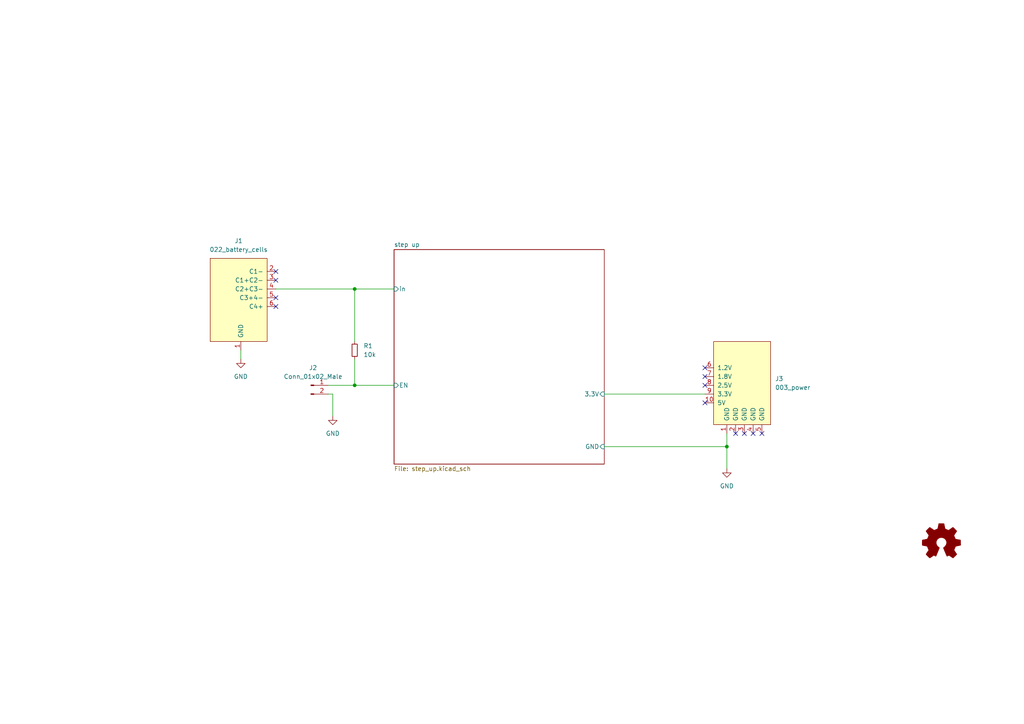
<source format=kicad_sch>
(kicad_sch (version 20211123) (generator eeschema)

  (uuid 57732dd3-1162-4c3f-88bd-31bf473d124d)

  (paper "A4")

  (lib_symbols
    (symbol "Connector:Conn_01x02_Male" (pin_names (offset 1.016) hide) (in_bom yes) (on_board yes)
      (property "Reference" "J" (id 0) (at 0 2.54 0)
        (effects (font (size 1.27 1.27)))
      )
      (property "Value" "Conn_01x02_Male" (id 1) (at 0 -5.08 0)
        (effects (font (size 1.27 1.27)))
      )
      (property "Footprint" "" (id 2) (at 0 0 0)
        (effects (font (size 1.27 1.27)) hide)
      )
      (property "Datasheet" "~" (id 3) (at 0 0 0)
        (effects (font (size 1.27 1.27)) hide)
      )
      (property "ki_keywords" "connector" (id 4) (at 0 0 0)
        (effects (font (size 1.27 1.27)) hide)
      )
      (property "ki_description" "Generic connector, single row, 01x02, script generated (kicad-library-utils/schlib/autogen/connector/)" (id 5) (at 0 0 0)
        (effects (font (size 1.27 1.27)) hide)
      )
      (property "ki_fp_filters" "Connector*:*_1x??_*" (id 6) (at 0 0 0)
        (effects (font (size 1.27 1.27)) hide)
      )
      (symbol "Conn_01x02_Male_1_1"
        (polyline
          (pts
            (xy 1.27 -2.54)
            (xy 0.8636 -2.54)
          )
          (stroke (width 0.1524) (type default) (color 0 0 0 0))
          (fill (type none))
        )
        (polyline
          (pts
            (xy 1.27 0)
            (xy 0.8636 0)
          )
          (stroke (width 0.1524) (type default) (color 0 0 0 0))
          (fill (type none))
        )
        (rectangle (start 0.8636 -2.413) (end 0 -2.667)
          (stroke (width 0.1524) (type default) (color 0 0 0 0))
          (fill (type outline))
        )
        (rectangle (start 0.8636 0.127) (end 0 -0.127)
          (stroke (width 0.1524) (type default) (color 0 0 0 0))
          (fill (type outline))
        )
        (pin passive line (at 5.08 0 180) (length 3.81)
          (name "Pin_1" (effects (font (size 1.27 1.27))))
          (number "1" (effects (font (size 1.27 1.27))))
        )
        (pin passive line (at 5.08 -2.54 180) (length 3.81)
          (name "Pin_2" (effects (font (size 1.27 1.27))))
          (number "2" (effects (font (size 1.27 1.27))))
        )
      )
    )
    (symbol "Device:R_Small" (pin_numbers hide) (pin_names (offset 0.254) hide) (in_bom yes) (on_board yes)
      (property "Reference" "R" (id 0) (at 0.762 0.508 0)
        (effects (font (size 1.27 1.27)) (justify left))
      )
      (property "Value" "R_Small" (id 1) (at 0.762 -1.016 0)
        (effects (font (size 1.27 1.27)) (justify left))
      )
      (property "Footprint" "" (id 2) (at 0 0 0)
        (effects (font (size 1.27 1.27)) hide)
      )
      (property "Datasheet" "~" (id 3) (at 0 0 0)
        (effects (font (size 1.27 1.27)) hide)
      )
      (property "ki_keywords" "R resistor" (id 4) (at 0 0 0)
        (effects (font (size 1.27 1.27)) hide)
      )
      (property "ki_description" "Resistor, small symbol" (id 5) (at 0 0 0)
        (effects (font (size 1.27 1.27)) hide)
      )
      (property "ki_fp_filters" "R_*" (id 6) (at 0 0 0)
        (effects (font (size 1.27 1.27)) hide)
      )
      (symbol "R_Small_0_1"
        (rectangle (start -0.762 1.778) (end 0.762 -1.778)
          (stroke (width 0.2032) (type default) (color 0 0 0 0))
          (fill (type none))
        )
      )
      (symbol "R_Small_1_1"
        (pin passive line (at 0 2.54 270) (length 0.762)
          (name "~" (effects (font (size 1.27 1.27))))
          (number "1" (effects (font (size 1.27 1.27))))
        )
        (pin passive line (at 0 -2.54 90) (length 0.762)
          (name "~" (effects (font (size 1.27 1.27))))
          (number "2" (effects (font (size 1.27 1.27))))
        )
      )
    )
    (symbol "Graphic:Logo_Open_Hardware_Small" (pin_names (offset 1.016)) (in_bom yes) (on_board yes)
      (property "Reference" "#LOGO" (id 0) (at 0 6.985 0)
        (effects (font (size 1.27 1.27)) hide)
      )
      (property "Value" "Logo_Open_Hardware_Small" (id 1) (at 0 -5.715 0)
        (effects (font (size 1.27 1.27)) hide)
      )
      (property "Footprint" "" (id 2) (at 0 0 0)
        (effects (font (size 1.27 1.27)) hide)
      )
      (property "Datasheet" "~" (id 3) (at 0 0 0)
        (effects (font (size 1.27 1.27)) hide)
      )
      (property "ki_keywords" "Logo" (id 4) (at 0 0 0)
        (effects (font (size 1.27 1.27)) hide)
      )
      (property "ki_description" "Open Hardware logo, small" (id 5) (at 0 0 0)
        (effects (font (size 1.27 1.27)) hide)
      )
      (symbol "Logo_Open_Hardware_Small_0_1"
        (polyline
          (pts
            (xy 3.3528 -4.3434)
            (xy 3.302 -4.318)
            (xy 3.175 -4.2418)
            (xy 2.9972 -4.1148)
            (xy 2.7686 -3.9624)
            (xy 2.54 -3.81)
            (xy 2.3622 -3.7084)
            (xy 2.2352 -3.6068)
            (xy 2.1844 -3.5814)
            (xy 2.159 -3.6068)
            (xy 2.0574 -3.6576)
            (xy 1.905 -3.7338)
            (xy 1.8034 -3.7846)
            (xy 1.6764 -3.8354)
            (xy 1.6002 -3.8354)
            (xy 1.6002 -3.8354)
            (xy 1.5494 -3.7338)
            (xy 1.4732 -3.5306)
            (xy 1.3462 -3.302)
            (xy 1.2446 -3.0226)
            (xy 1.1176 -2.7178)
            (xy 0.9652 -2.413)
            (xy 0.8636 -2.1082)
            (xy 0.7366 -1.8288)
            (xy 0.6604 -1.6256)
            (xy 0.6096 -1.4732)
            (xy 0.5842 -1.397)
            (xy 0.5842 -1.397)
            (xy 0.6604 -1.3208)
            (xy 0.7874 -1.2446)
            (xy 1.0414 -1.016)
            (xy 1.2954 -0.6858)
            (xy 1.4478 -0.3302)
            (xy 1.524 0.0762)
            (xy 1.4732 0.4572)
            (xy 1.3208 0.8128)
            (xy 1.0668 1.143)
            (xy 0.762 1.3716)
            (xy 0.4064 1.524)
            (xy 0 1.5748)
            (xy -0.381 1.5494)
            (xy -0.7366 1.397)
            (xy -1.0668 1.143)
            (xy -1.2192 0.9906)
            (xy -1.397 0.6604)
            (xy -1.524 0.3048)
            (xy -1.524 0.2286)
            (xy -1.4986 -0.1778)
            (xy -1.397 -0.5334)
            (xy -1.1938 -0.8636)
            (xy -0.9144 -1.143)
            (xy -0.8636 -1.1684)
            (xy -0.7366 -1.27)
            (xy -0.635 -1.3462)
            (xy -0.5842 -1.397)
            (xy -1.0668 -2.5908)
            (xy -1.143 -2.794)
            (xy -1.2954 -3.1242)
            (xy -1.397 -3.4036)
            (xy -1.4986 -3.6322)
            (xy -1.5748 -3.7846)
            (xy -1.6002 -3.8354)
            (xy -1.6002 -3.8354)
            (xy -1.651 -3.8354)
            (xy -1.7272 -3.81)
            (xy -1.905 -3.7338)
            (xy -2.0066 -3.683)
            (xy -2.1336 -3.6068)
            (xy -2.2098 -3.5814)
            (xy -2.2606 -3.6068)
            (xy -2.3622 -3.683)
            (xy -2.54 -3.81)
            (xy -2.7686 -3.9624)
            (xy -2.9718 -4.0894)
            (xy -3.1496 -4.2164)
            (xy -3.302 -4.318)
            (xy -3.3528 -4.3434)
            (xy -3.3782 -4.3434)
            (xy -3.429 -4.318)
            (xy -3.5306 -4.2164)
            (xy -3.7084 -4.064)
            (xy -3.937 -3.8354)
            (xy -3.9624 -3.81)
            (xy -4.1656 -3.6068)
            (xy -4.318 -3.4544)
            (xy -4.4196 -3.3274)
            (xy -4.445 -3.2766)
            (xy -4.445 -3.2766)
            (xy -4.4196 -3.2258)
            (xy -4.318 -3.0734)
            (xy -4.2164 -2.8956)
            (xy -4.064 -2.667)
            (xy -3.6576 -2.0828)
            (xy -3.8862 -1.5494)
            (xy -3.937 -1.3716)
            (xy -4.0386 -1.1684)
            (xy -4.0894 -1.0414)
            (xy -4.1148 -0.9652)
            (xy -4.191 -0.9398)
            (xy -4.318 -0.9144)
            (xy -4.5466 -0.8636)
            (xy -4.8006 -0.8128)
            (xy -5.0546 -0.7874)
            (xy -5.2578 -0.7366)
            (xy -5.4356 -0.7112)
            (xy -5.5118 -0.6858)
            (xy -5.5118 -0.6858)
            (xy -5.5372 -0.635)
            (xy -5.5372 -0.5588)
            (xy -5.5372 -0.4318)
            (xy -5.5626 -0.2286)
            (xy -5.5626 0.0762)
            (xy -5.5626 0.127)
            (xy -5.5372 0.4064)
            (xy -5.5372 0.635)
            (xy -5.5372 0.762)
            (xy -5.5372 0.8382)
            (xy -5.5372 0.8382)
            (xy -5.461 0.8382)
            (xy -5.3086 0.889)
            (xy -5.08 0.9144)
            (xy -4.826 0.9652)
            (xy -4.8006 0.9906)
            (xy -4.5466 1.0414)
            (xy -4.318 1.0668)
            (xy -4.1656 1.1176)
            (xy -4.0894 1.143)
            (xy -4.0894 1.143)
            (xy -4.0386 1.2446)
            (xy -3.9624 1.4224)
            (xy -3.8608 1.6256)
            (xy -3.7846 1.8288)
            (xy -3.7084 2.0066)
            (xy -3.6576 2.159)
            (xy -3.6322 2.2098)
            (xy -3.6322 2.2098)
            (xy -3.683 2.286)
            (xy -3.7592 2.413)
            (xy -3.8862 2.5908)
            (xy -4.064 2.8194)
            (xy -4.064 2.8448)
            (xy -4.2164 3.0734)
            (xy -4.3434 3.2512)
            (xy -4.4196 3.3782)
            (xy -4.445 3.4544)
            (xy -4.445 3.4544)
            (xy -4.3942 3.5052)
            (xy -4.2926 3.6322)
            (xy -4.1148 3.81)
            (xy -3.937 4.0132)
            (xy -3.8608 4.064)
            (xy -3.6576 4.2926)
            (xy -3.5052 4.4196)
            (xy -3.4036 4.4958)
            (xy -3.3528 4.5212)
            (xy -3.3528 4.5212)
            (xy -3.302 4.4704)
            (xy -3.1496 4.3688)
            (xy -2.9718 4.2418)
            (xy -2.7432 4.0894)
            (xy -2.7178 4.0894)
            (xy -2.4892 3.937)
            (xy -2.3114 3.81)
            (xy -2.1844 3.7084)
            (xy -2.1336 3.683)
            (xy -2.1082 3.683)
            (xy -2.032 3.7084)
            (xy -1.8542 3.7592)
            (xy -1.6764 3.8354)
            (xy -1.4732 3.937)
            (xy -1.27 4.0132)
            (xy -1.143 4.064)
            (xy -1.0668 4.1148)
            (xy -1.0668 4.1148)
            (xy -1.0414 4.191)
            (xy -1.016 4.3434)
            (xy -0.9652 4.572)
            (xy -0.9144 4.8514)
            (xy -0.889 4.9022)
            (xy -0.8382 5.1562)
            (xy -0.8128 5.3848)
            (xy -0.7874 5.5372)
            (xy -0.762 5.588)
            (xy -0.7112 5.6134)
            (xy -0.5842 5.6134)
            (xy -0.4064 5.6134)
            (xy -0.1524 5.6134)
            (xy 0.0762 5.6134)
            (xy 0.3302 5.6134)
            (xy 0.5334 5.6134)
            (xy 0.6858 5.588)
            (xy 0.7366 5.588)
            (xy 0.7366 5.588)
            (xy 0.762 5.5118)
            (xy 0.8128 5.334)
            (xy 0.8382 5.1054)
            (xy 0.9144 4.826)
            (xy 0.9144 4.7752)
            (xy 0.9652 4.5212)
            (xy 1.016 4.2926)
            (xy 1.0414 4.1402)
            (xy 1.0668 4.0894)
            (xy 1.0668 4.0894)
            (xy 1.1938 4.0386)
            (xy 1.3716 3.9624)
            (xy 1.5748 3.8608)
            (xy 2.0828 3.6576)
            (xy 2.7178 4.0894)
            (xy 2.7686 4.1402)
            (xy 2.9972 4.2926)
            (xy 3.175 4.4196)
            (xy 3.302 4.4958)
            (xy 3.3782 4.5212)
            (xy 3.3782 4.5212)
            (xy 3.429 4.4704)
            (xy 3.556 4.3434)
            (xy 3.7338 4.191)
            (xy 3.9116 3.9878)
            (xy 4.064 3.8354)
            (xy 4.2418 3.6576)
            (xy 4.3434 3.556)
            (xy 4.4196 3.4798)
            (xy 4.4196 3.429)
            (xy 4.4196 3.4036)
            (xy 4.3942 3.3274)
            (xy 4.2926 3.2004)
            (xy 4.1656 2.9972)
            (xy 4.0132 2.794)
            (xy 3.8862 2.5908)
            (xy 3.7592 2.3876)
            (xy 3.6576 2.2352)
            (xy 3.6322 2.159)
            (xy 3.6322 2.1336)
            (xy 3.683 2.0066)
            (xy 3.7592 1.8288)
            (xy 3.8608 1.6002)
            (xy 4.064 1.1176)
            (xy 4.3942 1.0414)
            (xy 4.5974 1.016)
            (xy 4.8768 0.9652)
            (xy 5.1308 0.9144)
            (xy 5.5372 0.8382)
            (xy 5.5626 -0.6604)
            (xy 5.4864 -0.6858)
            (xy 5.4356 -0.6858)
            (xy 5.2832 -0.7366)
            (xy 5.0546 -0.762)
            (xy 4.8006 -0.8128)
            (xy 4.5974 -0.8636)
            (xy 4.3688 -0.9144)
            (xy 4.2164 -0.9398)
            (xy 4.1402 -0.9398)
            (xy 4.1148 -0.9652)
            (xy 4.064 -1.0668)
            (xy 3.9878 -1.2446)
            (xy 3.9116 -1.4478)
            (xy 3.81 -1.651)
            (xy 3.7338 -1.8542)
            (xy 3.683 -2.0066)
            (xy 3.6576 -2.0828)
            (xy 3.683 -2.1336)
            (xy 3.7846 -2.2606)
            (xy 3.8862 -2.4638)
            (xy 4.0386 -2.667)
            (xy 4.191 -2.8956)
            (xy 4.318 -3.0734)
            (xy 4.3942 -3.2004)
            (xy 4.445 -3.2766)
            (xy 4.4196 -3.3274)
            (xy 4.3434 -3.429)
            (xy 4.1656 -3.5814)
            (xy 3.937 -3.8354)
            (xy 3.8862 -3.8608)
            (xy 3.683 -4.064)
            (xy 3.5306 -4.2164)
            (xy 3.4036 -4.318)
            (xy 3.3528 -4.3434)
          )
          (stroke (width 0) (type default) (color 0 0 0 0))
          (fill (type outline))
        )
      )
    )
    (symbol "power:GND" (power) (pin_names (offset 0)) (in_bom yes) (on_board yes)
      (property "Reference" "#PWR" (id 0) (at 0 -6.35 0)
        (effects (font (size 1.27 1.27)) hide)
      )
      (property "Value" "GND" (id 1) (at 0 -3.81 0)
        (effects (font (size 1.27 1.27)))
      )
      (property "Footprint" "" (id 2) (at 0 0 0)
        (effects (font (size 1.27 1.27)) hide)
      )
      (property "Datasheet" "" (id 3) (at 0 0 0)
        (effects (font (size 1.27 1.27)) hide)
      )
      (property "ki_keywords" "power-flag" (id 4) (at 0 0 0)
        (effects (font (size 1.27 1.27)) hide)
      )
      (property "ki_description" "Power symbol creates a global label with name \"GND\" , ground" (id 5) (at 0 0 0)
        (effects (font (size 1.27 1.27)) hide)
      )
      (symbol "GND_0_1"
        (polyline
          (pts
            (xy 0 0)
            (xy 0 -1.27)
            (xy 1.27 -1.27)
            (xy 0 -2.54)
            (xy -1.27 -1.27)
            (xy 0 -1.27)
          )
          (stroke (width 0) (type default) (color 0 0 0 0))
          (fill (type none))
        )
      )
      (symbol "GND_1_1"
        (pin power_in line (at 0 0 270) (length 0) hide
          (name "GND" (effects (font (size 1.27 1.27))))
          (number "1" (effects (font (size 1.27 1.27))))
        )
      )
    )
    (symbol "put_on_edge:003_power" (pin_names (offset 1.016)) (in_bom yes) (on_board yes)
      (property "Reference" "J" (id 0) (at -2.54 13.97 0)
        (effects (font (size 1.27 1.27)))
      )
      (property "Value" "003_power" (id 1) (at 8.89 13.97 0)
        (effects (font (size 1.27 1.27)))
      )
      (property "Footprint" "" (id 2) (at 7.62 16.51 0)
        (effects (font (size 1.27 1.27)) hide)
      )
      (property "Datasheet" "" (id 3) (at 7.62 16.51 0)
        (effects (font (size 1.27 1.27)) hide)
      )
      (symbol "003_power_0_1"
        (rectangle (start -8.89 12.7) (end 7.62 -11.43)
          (stroke (width 0) (type default) (color 0 0 0 0))
          (fill (type background))
        )
      )
      (symbol "003_power_1_1"
        (pin power_in line (at -5.08 -13.97 90) (length 2.54)
          (name "GND" (effects (font (size 1.27 1.27))))
          (number "1" (effects (font (size 1.27 1.27))))
        )
        (pin power_out line (at -11.43 -5.08 0) (length 2.54)
          (name "5V" (effects (font (size 1.27 1.27))))
          (number "10" (effects (font (size 1.27 1.27))))
        )
        (pin power_in line (at -2.54 -13.97 90) (length 2.54)
          (name "GND" (effects (font (size 1.27 1.27))))
          (number "2" (effects (font (size 1.27 1.27))))
        )
        (pin power_in line (at 0 -13.97 90) (length 2.54)
          (name "GND" (effects (font (size 1.27 1.27))))
          (number "3" (effects (font (size 1.27 1.27))))
        )
        (pin power_in line (at 2.54 -13.97 90) (length 2.54)
          (name "GND" (effects (font (size 1.27 1.27))))
          (number "4" (effects (font (size 1.27 1.27))))
        )
        (pin power_in line (at 5.08 -13.97 90) (length 2.54)
          (name "GND" (effects (font (size 1.27 1.27))))
          (number "5" (effects (font (size 1.27 1.27))))
        )
        (pin power_out line (at -11.43 5.08 0) (length 2.54)
          (name "1.2V" (effects (font (size 1.27 1.27))))
          (number "6" (effects (font (size 1.27 1.27))))
        )
        (pin power_out line (at -11.43 2.54 0) (length 2.54)
          (name "1.8V" (effects (font (size 1.27 1.27))))
          (number "7" (effects (font (size 1.27 1.27))))
        )
        (pin power_out line (at -11.43 0 0) (length 2.54)
          (name "2.5V" (effects (font (size 1.27 1.27))))
          (number "8" (effects (font (size 1.27 1.27))))
        )
        (pin power_out line (at -11.43 -2.54 0) (length 2.54)
          (name "3.3V" (effects (font (size 1.27 1.27))))
          (number "9" (effects (font (size 1.27 1.27))))
        )
      )
    )
    (symbol "put_on_edge:022_battery_cells" (pin_names (offset 1.016)) (in_bom yes) (on_board yes)
      (property "Reference" "J" (id 0) (at -2.54 13.97 0)
        (effects (font (size 1.27 1.27)))
      )
      (property "Value" "022_battery_cells" (id 1) (at 8.89 13.97 0)
        (effects (font (size 1.27 1.27)))
      )
      (property "Footprint" "" (id 2) (at 7.62 16.51 0)
        (effects (font (size 1.27 1.27)) hide)
      )
      (property "Datasheet" "" (id 3) (at 7.62 16.51 0)
        (effects (font (size 1.27 1.27)) hide)
      )
      (symbol "022_battery_cells_0_1"
        (rectangle (start -8.89 12.7) (end 7.62 -11.43)
          (stroke (width 0) (type default) (color 0 0 0 0))
          (fill (type background))
        )
      )
      (symbol "022_battery_cells_1_1"
        (pin power_in line (at -1.27 -13.97 90) (length 2.54)
          (name "GND" (effects (font (size 1.27 1.27))))
          (number "1" (effects (font (size 1.27 1.27))))
        )
        (pin unspecified line (at -11.43 8.89 0) (length 2.54)
          (name "C1-" (effects (font (size 1.27 1.27))))
          (number "2" (effects (font (size 1.27 1.27))))
        )
        (pin unspecified line (at -11.43 6.35 0) (length 2.54)
          (name "C1+C2-" (effects (font (size 1.27 1.27))))
          (number "3" (effects (font (size 1.27 1.27))))
        )
        (pin unspecified line (at -11.43 3.81 0) (length 2.54)
          (name "C2+C3-" (effects (font (size 1.27 1.27))))
          (number "4" (effects (font (size 1.27 1.27))))
        )
        (pin unspecified line (at -11.43 1.27 0) (length 2.54)
          (name "C3+4-" (effects (font (size 1.27 1.27))))
          (number "5" (effects (font (size 1.27 1.27))))
        )
        (pin unspecified line (at -11.43 -1.27 0) (length 2.54)
          (name "C4+" (effects (font (size 1.27 1.27))))
          (number "6" (effects (font (size 1.27 1.27))))
        )
      )
    )
  )

  (junction (at 102.87 83.82) (diameter 0) (color 0 0 0 0)
    (uuid 0269fea6-0374-4532-9ad4-c7f3a8f31d3b)
  )
  (junction (at 210.82 129.54) (diameter 0) (color 0 0 0 0)
    (uuid 3c28a56e-bfb8-4deb-b79b-c5fdf7520bbf)
  )
  (junction (at 102.87 111.76) (diameter 0) (color 0 0 0 0)
    (uuid af45c092-ca1c-4618-b667-bf868b468c64)
  )

  (no_connect (at 218.44 125.73) (uuid 0b98c3b3-de28-4af0-b363-46bfb29fd362))
  (no_connect (at 220.98 125.73) (uuid 0b98c3b3-de28-4af0-b363-46bfb29fd363))
  (no_connect (at 213.36 125.73) (uuid 0b98c3b3-de28-4af0-b363-46bfb29fd36c))
  (no_connect (at 215.9 125.73) (uuid 0b98c3b3-de28-4af0-b363-46bfb29fd36d))
  (no_connect (at 204.47 106.68) (uuid 0b98c3b3-de28-4af0-b363-46bfb29fd36e))
  (no_connect (at 204.47 116.84) (uuid 0b98c3b3-de28-4af0-b363-46bfb29fd36f))
  (no_connect (at 204.47 111.76) (uuid 0b98c3b3-de28-4af0-b363-46bfb29fd370))
  (no_connect (at 204.47 109.22) (uuid 0b98c3b3-de28-4af0-b363-46bfb29fd371))
  (no_connect (at 80.01 88.9) (uuid b5ba6bf7-57b3-44c9-a181-a72f4f455691))
  (no_connect (at 80.01 78.74) (uuid b5ba6bf7-57b3-44c9-a181-a72f4f455692))
  (no_connect (at 80.01 81.28) (uuid b5ba6bf7-57b3-44c9-a181-a72f4f455693))
  (no_connect (at 80.01 86.36) (uuid b5ba6bf7-57b3-44c9-a181-a72f4f455694))

  (wire (pts (xy 175.26 129.54) (xy 210.82 129.54))
    (stroke (width 0) (type default) (color 0 0 0 0))
    (uuid 1dc6d117-ed38-46b4-8b00-a42dde9b3419)
  )
  (wire (pts (xy 95.25 111.76) (xy 102.87 111.76))
    (stroke (width 0) (type default) (color 0 0 0 0))
    (uuid 2b9083b4-cb3c-4e8e-beb8-63b3002f73c3)
  )
  (wire (pts (xy 210.82 129.54) (xy 210.82 135.89))
    (stroke (width 0) (type default) (color 0 0 0 0))
    (uuid 64d5ced9-7162-4792-925b-502ad9cab995)
  )
  (wire (pts (xy 96.52 114.3) (xy 96.52 120.65))
    (stroke (width 0) (type default) (color 0 0 0 0))
    (uuid 67c7721f-403b-42aa-a2d9-cf93b858187b)
  )
  (wire (pts (xy 96.52 114.3) (xy 95.25 114.3))
    (stroke (width 0) (type default) (color 0 0 0 0))
    (uuid 6e9f6c33-d4b0-44db-83e1-54112fbe3471)
  )
  (wire (pts (xy 80.01 83.82) (xy 102.87 83.82))
    (stroke (width 0) (type default) (color 0 0 0 0))
    (uuid 8460c1a6-8601-419c-b482-d00f0ccb428f)
  )
  (wire (pts (xy 102.87 111.76) (xy 114.3 111.76))
    (stroke (width 0) (type default) (color 0 0 0 0))
    (uuid a36732c0-3aa0-4b93-b14a-4f7b74b40c5c)
  )
  (wire (pts (xy 102.87 83.82) (xy 102.87 99.06))
    (stroke (width 0) (type default) (color 0 0 0 0))
    (uuid b98cace0-4e6b-4fac-a007-4cc792bd305d)
  )
  (wire (pts (xy 210.82 125.73) (xy 210.82 129.54))
    (stroke (width 0) (type default) (color 0 0 0 0))
    (uuid bf26deaf-5e5f-4d4e-ba06-f1b011345aa3)
  )
  (wire (pts (xy 175.26 114.3) (xy 204.47 114.3))
    (stroke (width 0) (type default) (color 0 0 0 0))
    (uuid cd172e70-747d-4333-a064-0667159642e2)
  )
  (wire (pts (xy 114.3 83.82) (xy 102.87 83.82))
    (stroke (width 0) (type default) (color 0 0 0 0))
    (uuid da7676c3-8607-497f-921b-cd950adc2094)
  )
  (wire (pts (xy 69.85 101.6) (xy 69.85 104.14))
    (stroke (width 0) (type default) (color 0 0 0 0))
    (uuid de34359c-cdf1-4d43-848a-b262d7252939)
  )
  (wire (pts (xy 102.87 104.14) (xy 102.87 111.76))
    (stroke (width 0) (type default) (color 0 0 0 0))
    (uuid f9af492b-5b2f-4864-9f1c-7b9afcb9efad)
  )

  (symbol (lib_id "Device:R_Small") (at 102.87 101.6 0) (unit 1)
    (in_bom yes) (on_board yes) (fields_autoplaced)
    (uuid 25ec66c7-db3c-4f24-b35c-df9135bdb5da)
    (property "Reference" "R1" (id 0) (at 105.41 100.3299 0)
      (effects (font (size 1.27 1.27)) (justify left))
    )
    (property "Value" "10k" (id 1) (at 105.41 102.8699 0)
      (effects (font (size 1.27 1.27)) (justify left))
    )
    (property "Footprint" "Resistor_SMD:R_0603_1608Metric" (id 2) (at 102.87 101.6 0)
      (effects (font (size 1.27 1.27)) hide)
    )
    (property "Datasheet" "~" (id 3) (at 102.87 101.6 0)
      (effects (font (size 1.27 1.27)) hide)
    )
    (pin "1" (uuid c7c38e11-5743-462e-9791-a87b81762754))
    (pin "2" (uuid a98cfc8b-c318-4c52-b921-60fe435767b3))
  )

  (symbol (lib_id "put_on_edge:022_battery_cells") (at 68.58 87.63 0) (mirror y) (unit 1)
    (in_bom yes) (on_board yes) (fields_autoplaced)
    (uuid 580f4ff1-ed8c-4283-8e77-54c7b98c780d)
    (property "Reference" "J1" (id 0) (at 69.215 69.85 0))
    (property "Value" "022_battery_cells" (id 1) (at 69.215 72.39 0))
    (property "Footprint" "on_edge:on_edge_2x05_device" (id 2) (at 60.96 71.12 0)
      (effects (font (size 1.27 1.27)) hide)
    )
    (property "Datasheet" "" (id 3) (at 60.96 71.12 0)
      (effects (font (size 1.27 1.27)) hide)
    )
    (pin "1" (uuid 01ac4f53-8e69-497f-9e58-6ebb595aa7e1))
    (pin "2" (uuid 547c78f5-0b5a-4f80-8013-bf5dfb3db7e5))
    (pin "3" (uuid fe50894f-d512-4bb2-b054-9a801f9347fe))
    (pin "4" (uuid 9b99d3cb-c076-4292-b3b9-f9b29e58b0e8))
    (pin "5" (uuid ee1c60c4-b7b6-41a6-883d-156a1780758c))
    (pin "6" (uuid d60251af-1470-4c5e-bbf2-28473c1e795b))
  )

  (symbol (lib_id "power:GND") (at 210.82 135.89 0) (unit 1)
    (in_bom yes) (on_board yes) (fields_autoplaced)
    (uuid 8c523ef1-f3de-436a-bff5-017a978b433e)
    (property "Reference" "#PWR0101" (id 0) (at 210.82 142.24 0)
      (effects (font (size 1.27 1.27)) hide)
    )
    (property "Value" "GND" (id 1) (at 210.82 140.97 0))
    (property "Footprint" "" (id 2) (at 210.82 135.89 0)
      (effects (font (size 1.27 1.27)) hide)
    )
    (property "Datasheet" "" (id 3) (at 210.82 135.89 0)
      (effects (font (size 1.27 1.27)) hide)
    )
    (pin "1" (uuid 8fa6a6dd-2d79-4edb-8ef1-24f434968b81))
  )

  (symbol (lib_id "power:GND") (at 69.85 104.14 0) (unit 1)
    (in_bom yes) (on_board yes) (fields_autoplaced)
    (uuid a6ec8d9e-0665-4d8f-a41a-39db3c5f4d87)
    (property "Reference" "#PWR0102" (id 0) (at 69.85 110.49 0)
      (effects (font (size 1.27 1.27)) hide)
    )
    (property "Value" "GND" (id 1) (at 69.85 109.22 0))
    (property "Footprint" "" (id 2) (at 69.85 104.14 0)
      (effects (font (size 1.27 1.27)) hide)
    )
    (property "Datasheet" "" (id 3) (at 69.85 104.14 0)
      (effects (font (size 1.27 1.27)) hide)
    )
    (pin "1" (uuid bae65cae-18ce-4036-bda9-7cc9a07da439))
  )

  (symbol (lib_id "Graphic:Logo_Open_Hardware_Small") (at 273.05 157.48 0) (unit 1)
    (in_bom yes) (on_board yes) (fields_autoplaced)
    (uuid b72b6f4a-7489-40f2-bb90-d75ae01aa368)
    (property "Reference" "LOGO1" (id 0) (at 273.05 150.495 0)
      (effects (font (size 1.27 1.27)) hide)
    )
    (property "Value" "Logo_Open_Hardware_Small" (id 1) (at 273.05 163.195 0)
      (effects (font (size 1.27 1.27)) hide)
    )
    (property "Footprint" "Symbol:OSHW-Symbol_6.7x6mm_SilkScreen" (id 2) (at 273.05 157.48 0)
      (effects (font (size 1.27 1.27)) hide)
    )
    (property "Datasheet" "~" (id 3) (at 273.05 157.48 0)
      (effects (font (size 1.27 1.27)) hide)
    )
  )

  (symbol (lib_id "power:GND") (at 96.52 120.65 0) (unit 1)
    (in_bom yes) (on_board yes) (fields_autoplaced)
    (uuid d244c682-6472-4c8d-9fb3-cae66cde56c1)
    (property "Reference" "#PWR0103" (id 0) (at 96.52 127 0)
      (effects (font (size 1.27 1.27)) hide)
    )
    (property "Value" "GND" (id 1) (at 96.52 125.73 0))
    (property "Footprint" "" (id 2) (at 96.52 120.65 0)
      (effects (font (size 1.27 1.27)) hide)
    )
    (property "Datasheet" "" (id 3) (at 96.52 120.65 0)
      (effects (font (size 1.27 1.27)) hide)
    )
    (pin "1" (uuid 1b77dafd-9bc1-403d-95ba-b6d78aa80ea2))
  )

  (symbol (lib_id "Connector:Conn_01x02_Male") (at 90.17 111.76 0) (unit 1)
    (in_bom yes) (on_board yes) (fields_autoplaced)
    (uuid d4266acf-1563-4426-8480-929a59f04ee2)
    (property "Reference" "J2" (id 0) (at 90.805 106.68 0))
    (property "Value" "Conn_01x02_Male" (id 1) (at 90.805 109.22 0))
    (property "Footprint" "Connector_PinHeader_2.54mm:PinHeader_1x02_P2.54mm_Vertical" (id 2) (at 90.17 111.76 0)
      (effects (font (size 1.27 1.27)) hide)
    )
    (property "Datasheet" "~" (id 3) (at 90.17 111.76 0)
      (effects (font (size 1.27 1.27)) hide)
    )
    (pin "1" (uuid a4a71561-024f-457d-93e8-aa07ce7c6da0))
    (pin "2" (uuid 1ac15962-581d-4ce2-9aef-44fe0d89f31c))
  )

  (symbol (lib_id "put_on_edge:003_power") (at 215.9 111.76 0) (unit 1)
    (in_bom yes) (on_board yes) (fields_autoplaced)
    (uuid f654feb2-e3d2-44c1-8d36-3d5dad4df088)
    (property "Reference" "J3" (id 0) (at 224.79 109.8549 0)
      (effects (font (size 1.27 1.27)) (justify left))
    )
    (property "Value" "003_power" (id 1) (at 224.79 112.3949 0)
      (effects (font (size 1.27 1.27)) (justify left))
    )
    (property "Footprint" "on_edge:on_edge_2x05_host" (id 2) (at 223.52 95.25 0)
      (effects (font (size 1.27 1.27)) hide)
    )
    (property "Datasheet" "" (id 3) (at 223.52 95.25 0)
      (effects (font (size 1.27 1.27)) hide)
    )
    (pin "1" (uuid ac8ceb1f-144f-4cb7-90d1-6c3d8e837d51))
    (pin "10" (uuid e7218a70-3e79-4a3f-9b42-f1a1885f0d1c))
    (pin "2" (uuid c1ce2f58-4a36-4722-9768-6a67eff276b6))
    (pin "3" (uuid f420412d-b12b-4c9d-9f35-90222194c443))
    (pin "4" (uuid c9e03932-f68a-48a5-ab94-88c6fa93c39d))
    (pin "5" (uuid 04d9e597-94b3-43d0-a05f-620b52f14995))
    (pin "6" (uuid 806885e4-19cf-476b-9120-64c3ea335ae6))
    (pin "7" (uuid 7255f640-55a5-433f-aa40-5fd4d297880b))
    (pin "8" (uuid 2a35d2a4-6904-4ace-b114-23926790811b))
    (pin "9" (uuid aa6105d6-b17c-427a-bace-a32b05fccdd8))
  )

  (sheet (at 114.3 72.39) (size 60.96 62.23) (fields_autoplaced)
    (stroke (width 0.1524) (type solid) (color 0 0 0 0))
    (fill (color 0 0 0 0.0000))
    (uuid 767ce4c6-0e55-4543-92f0-34cb8237a544)
    (property "Sheet name" "step up" (id 0) (at 114.3 71.6784 0)
      (effects (font (size 1.27 1.27)) (justify left bottom))
    )
    (property "Sheet file" "step_up.kicad_sch" (id 1) (at 114.3 135.2046 0)
      (effects (font (size 1.27 1.27)) (justify left top))
    )
    (pin "3.3V" input (at 175.26 114.3 0)
      (effects (font (size 1.27 1.27)) (justify right))
      (uuid 301b661c-4fc5-4e35-9c6c-2127674c3f2f)
    )
    (pin "GND" input (at 175.26 129.54 0)
      (effects (font (size 1.27 1.27)) (justify right))
      (uuid 6f2f0ef3-21b8-4ae1-994c-4a046756d1a8)
    )
    (pin "in" input (at 114.3 83.82 180)
      (effects (font (size 1.27 1.27)) (justify left))
      (uuid fa56d4b8-8449-4a4d-bcc7-f5d8c5939d2a)
    )
    (pin "EN" input (at 114.3 111.76 180)
      (effects (font (size 1.27 1.27)) (justify left))
      (uuid 8ff509a4-5822-4644-9808-66df41d9615e)
    )
  )

  (sheet_instances
    (path "/" (page "1"))
    (path "/767ce4c6-0e55-4543-92f0-34cb8237a544" (page "2"))
  )

  (symbol_instances
    (path "/8c523ef1-f3de-436a-bff5-017a978b433e"
      (reference "#PWR0101") (unit 1) (value "GND") (footprint "")
    )
    (path "/a6ec8d9e-0665-4d8f-a41a-39db3c5f4d87"
      (reference "#PWR0102") (unit 1) (value "GND") (footprint "")
    )
    (path "/d244c682-6472-4c8d-9fb3-cae66cde56c1"
      (reference "#PWR0103") (unit 1) (value "GND") (footprint "")
    )
    (path "/767ce4c6-0e55-4543-92f0-34cb8237a544/b3d9f6ac-a5a1-47fe-8895-868cc2041b6a"
      (reference "C1") (unit 1) (value "22uF") (footprint "Capacitor_SMD:C_1206_3216Metric")
    )
    (path "/767ce4c6-0e55-4543-92f0-34cb8237a544/28eabead-c32d-489a-905d-882bc1ebac48"
      (reference "C2") (unit 1) (value "10pF") (footprint "Capacitor_SMD:C_0603_1608Metric")
    )
    (path "/767ce4c6-0e55-4543-92f0-34cb8237a544/f0a203a9-6cbf-4734-bc28-5fa5b33848fe"
      (reference "C3") (unit 1) (value "22uF") (footprint "Capacitor_SMD:C_1206_3216Metric")
    )
    (path "/767ce4c6-0e55-4543-92f0-34cb8237a544/7b249231-c2ed-417c-93d4-e36bf6d1db7e"
      (reference "C4") (unit 1) (value "22uF") (footprint "Capacitor_SMD:C_1206_3216Metric")
    )
    (path "/767ce4c6-0e55-4543-92f0-34cb8237a544/cc01d30e-9614-4c1a-aa9e-224beebd8449"
      (reference "C5") (unit 1) (value "22uF") (footprint "Capacitor_SMD:C_1206_3216Metric")
    )
    (path "/767ce4c6-0e55-4543-92f0-34cb8237a544/c6c99efe-7cef-4f8c-8884-c92e7a3a9b24"
      (reference "C6") (unit 1) (value "22uF") (footprint "Capacitor_SMD:C_1206_3216Metric")
    )
    (path "/767ce4c6-0e55-4543-92f0-34cb8237a544/8561a4fb-09f5-4f63-a952-d456a6e136b5"
      (reference "C7") (unit 1) (value "22uF") (footprint "Capacitor_SMD:C_1206_3216Metric")
    )
    (path "/767ce4c6-0e55-4543-92f0-34cb8237a544/36676374-ad7d-4998-8fed-ee062cb9e546"
      (reference "C8") (unit 1) (value "22uF") (footprint "Capacitor_SMD:C_1206_3216Metric")
    )
    (path "/580f4ff1-ed8c-4283-8e77-54c7b98c780d"
      (reference "J1") (unit 1) (value "022_battery_cells") (footprint "on_edge:on_edge_2x05_device")
    )
    (path "/d4266acf-1563-4426-8480-929a59f04ee2"
      (reference "J2") (unit 1) (value "Conn_01x02_Male") (footprint "Connector_PinHeader_2.54mm:PinHeader_1x02_P2.54mm_Vertical")
    )
    (path "/f654feb2-e3d2-44c1-8d36-3d5dad4df088"
      (reference "J3") (unit 1) (value "003_power") (footprint "on_edge:on_edge_2x05_host")
    )
    (path "/767ce4c6-0e55-4543-92f0-34cb8237a544/ab5b8db6-44a8-4f0a-bfe1-deea670d99ad"
      (reference "L1") (unit 1) (value "470nH") (footprint "b102:744383360047")
    )
    (path "/b72b6f4a-7489-40f2-bb90-d75ae01aa368"
      (reference "LOGO1") (unit 1) (value "Logo_Open_Hardware_Small") (footprint "Symbol:OSHW-Symbol_6.7x6mm_SilkScreen")
    )
    (path "/25ec66c7-db3c-4f24-b35c-df9135bdb5da"
      (reference "R1") (unit 1) (value "10k") (footprint "Resistor_SMD:R_0603_1608Metric")
    )
    (path "/767ce4c6-0e55-4543-92f0-34cb8237a544/3c3d8e68-6e43-456d-aab1-0f42b378e4bb"
      (reference "R2") (unit 1) (value "316k") (footprint "Resistor_SMD:R_0603_1608Metric")
    )
    (path "/767ce4c6-0e55-4543-92f0-34cb8237a544/02979fc4-4f11-44eb-9ff4-945c29387fb8"
      (reference "R3") (unit 1) (value "100k") (footprint "Resistor_SMD:R_0603_1608Metric")
    )
    (path "/767ce4c6-0e55-4543-92f0-34cb8237a544/d99c0b57-9feb-4e4c-9ee2-6976dcad0a72"
      (reference "U1") (unit 1) (value "TPS61021A") (footprint "Package_SON:WSON-8-1EP_2x2mm_P0.5mm_EP0.9x1.6mm")
    )
  )
)

</source>
